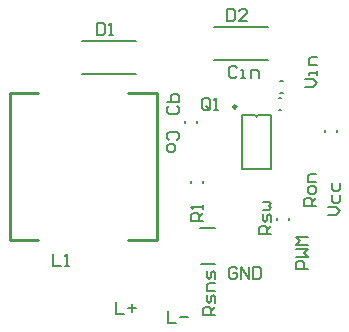
<source format=gto>
%FSAX24Y24*%
%MOIN*%
G70*
G01*
G75*
%ADD10R,0.0354X0.0402*%
%ADD11R,0.0701X0.0165*%
%ADD12O,0.0701X0.0165*%
%ADD13R,0.1063X0.0669*%
%ADD14R,0.0402X0.0354*%
%ADD15R,0.0551X0.1102*%
%ADD16R,0.0551X0.0433*%
%ADD17R,0.2205X0.1181*%
%ADD18C,0.0150*%
%ADD19C,0.0500*%
%ADD20C,0.0450*%
%ADD21C,0.0350*%
%ADD22C,0.0100*%
%ADD23C,0.0250*%
%ADD24R,0.0800X0.0360*%
%ADD25R,0.0430X0.0410*%
%ADD26R,0.0600X0.0330*%
%ADD27R,0.1690X0.0060*%
%ADD28R,0.1490X0.0160*%
%ADD29R,0.0050X0.0230*%
%ADD30R,0.0090X0.0320*%
%ADD31R,0.0070X0.0240*%
%ADD32R,0.0060X0.0330*%
%ADD33R,0.0050X0.0350*%
%ADD34R,0.0100X0.0450*%
%ADD35R,0.0100X0.0300*%
%ADD36R,0.0150X0.0450*%
%ADD37R,0.1250X0.0550*%
%ADD38R,0.2250X0.0650*%
%ADD39R,0.1450X0.1700*%
%ADD40R,0.1750X0.1150*%
%ADD41R,0.1690X0.0370*%
%ADD42R,0.0580X0.0310*%
%ADD43R,0.0450X0.0290*%
%ADD44R,0.0320X0.0160*%
%ADD45R,0.1330X0.0770*%
%ADD46R,0.0720X0.0590*%
%ADD47R,0.0750X0.0510*%
%ADD48R,0.0240X0.0210*%
%ADD49R,0.0350X0.0300*%
%ADD50R,0.0420X0.0980*%
%ADD51R,0.1400X0.3700*%
%ADD52R,0.1000X0.0850*%
%ADD53R,0.1600X0.0550*%
%ADD54R,0.1350X0.1100*%
%ADD55R,0.2100X0.0900*%
%ADD56R,0.1250X0.1850*%
%ADD57R,0.1700X0.0800*%
%ADD58R,0.1050X0.1550*%
%ADD59R,0.1700X0.1250*%
%ADD60R,0.1450X0.0550*%
%ADD61R,0.1450X0.2650*%
%ADD62R,0.4000X0.0500*%
%ADD63R,0.4000X0.1498*%
%ADD64R,0.4000X0.1050*%
%ADD65R,0.1200X0.0950*%
%ADD66R,0.0350X0.2500*%
%ADD67R,0.1710X0.2600*%
%ADD68R,0.1150X0.1000*%
%ADD69R,0.1300X0.2600*%
%ADD70R,0.0800X0.1700*%
%ADD71R,0.4000X0.1200*%
%ADD72R,0.3250X0.0900*%
%ADD73R,0.1300X0.0150*%
%ADD74R,0.0400X0.0250*%
%ADD75R,0.1500X0.2500*%
%ADD76C,0.0750*%
%ADD77C,0.0290*%
%ADD78C,0.0079*%
%ADD79C,0.0098*%
%ADD80C,0.0070*%
D22*
X021350Y038650D02*
X021600D01*
X020650Y033750D02*
X021600D01*
X020650Y038650D02*
X021350D01*
X024600D02*
X025550D01*
X024600Y033750D02*
X025550D01*
Y038650D01*
X020650Y033750D02*
Y038650D01*
D78*
X028805Y037928D02*
G03*
X028933Y037928I000064J000000D01*
G01*
X028379D02*
X028805D01*
X028933D02*
X029359D01*
Y036137D02*
Y037928D01*
X028379Y036137D02*
X029359D01*
X028379D02*
Y037928D01*
X027450Y039750D02*
X029250D01*
X027450Y040850D02*
X029250D01*
X023050Y040400D02*
X024850D01*
X023050Y039300D02*
X024850D01*
D79*
X028200Y038200D02*
G03*
X028200Y038200I-000049J000000D01*
G01*
D80*
X029660Y039050D02*
X029740D01*
X029660Y038650D02*
X029740D01*
X026500Y037660D02*
Y037740D01*
X026900Y037660D02*
Y037740D01*
X027020Y032950D02*
X027500D01*
X027000Y034150D02*
X027500D01*
X029550Y034410D02*
Y034490D01*
X029950Y034410D02*
Y034490D01*
X026700Y035660D02*
Y035740D01*
X027100Y035660D02*
Y035740D01*
X029610Y038500D02*
X029690D01*
X029610Y038100D02*
X029690D01*
X031150Y037360D02*
Y037440D01*
X031550Y037360D02*
Y037440D01*
X027317Y038167D02*
Y038433D01*
X027250Y038500D01*
X027117D01*
X027050Y038433D01*
Y038167D01*
X027117Y038100D01*
X027250D01*
X027183Y038233D02*
X027317Y038100D01*
X027250D02*
X027317Y038167D01*
X027450Y038100D02*
X027583D01*
X027517D01*
Y038500D01*
X027450Y038433D01*
X027900Y041450D02*
Y041050D01*
X028100D01*
X028167Y041117D01*
Y041383D01*
X028100Y041450D01*
X027900D01*
X028566Y041050D02*
X028300D01*
X028566Y041317D01*
Y041383D01*
X028500Y041450D01*
X028367D01*
X028300Y041383D01*
X023550Y041000D02*
Y040600D01*
X023750D01*
X023817Y040667D01*
Y040933D01*
X023750Y041000D01*
X023550D01*
X023950Y040600D02*
X024083D01*
X024017D01*
Y041000D01*
X023950Y040933D01*
X025967Y038217D02*
X025900Y038150D01*
Y038017D01*
X025967Y037950D01*
X026233D01*
X026300Y038017D01*
Y038150D01*
X026233Y038217D01*
X025900Y038350D02*
X026300D01*
Y038550D01*
X026233Y038616D01*
X026167D01*
X026100D01*
X026033Y038550D01*
Y038350D01*
X028217Y039483D02*
X028150Y039550D01*
X028017D01*
X027950Y039483D01*
Y039217D01*
X028017Y039150D01*
X028150D01*
X028217Y039217D01*
X028350Y039150D02*
X028483D01*
X028417D01*
Y039417D01*
X028350D01*
X028683Y039150D02*
Y039417D01*
X028883D01*
X028950Y039350D01*
Y039150D01*
X026233Y037083D02*
X026300Y037150D01*
Y037283D01*
X026233Y037350D01*
X025967D01*
X025900Y037283D01*
Y037150D01*
X025967Y037083D01*
X025900Y036883D02*
Y036750D01*
X025967Y036684D01*
X026100D01*
X026167Y036750D01*
Y036883D01*
X026100Y036950D01*
X025967D01*
X025900Y036883D01*
X022100Y033300D02*
Y032900D01*
X022367D01*
X022500D02*
X022633D01*
X022567D01*
Y033300D01*
X022500Y033233D01*
X027100Y034400D02*
X026700D01*
Y034600D01*
X026767Y034667D01*
X026900D01*
X026967Y034600D01*
Y034400D01*
Y034533D02*
X027100Y034667D01*
Y034800D02*
Y034933D01*
Y034867D01*
X026700D01*
X026767Y034800D01*
X030850Y034900D02*
X030450D01*
Y035100D01*
X030517Y035167D01*
X030650D01*
X030717Y035100D01*
Y034900D01*
Y035033D02*
X030850Y035167D01*
Y035367D02*
Y035500D01*
X030783Y035566D01*
X030650D01*
X030583Y035500D01*
Y035367D01*
X030650Y035300D01*
X030783D01*
X030850Y035367D01*
Y035700D02*
X030583D01*
Y035900D01*
X030650Y035966D01*
X030850D01*
X027500Y031250D02*
X027100D01*
Y031450D01*
X027167Y031517D01*
X027300D01*
X027367Y031450D01*
Y031250D01*
Y031383D02*
X027500Y031517D01*
Y031650D02*
Y031850D01*
X027433Y031916D01*
X027367Y031850D01*
Y031717D01*
X027300Y031650D01*
X027233Y031717D01*
Y031916D01*
X027500Y032050D02*
X027233D01*
Y032250D01*
X027300Y032316D01*
X027500D01*
Y032450D02*
Y032650D01*
X027433Y032716D01*
X027367Y032650D01*
Y032516D01*
X027300Y032450D01*
X027233Y032516D01*
Y032716D01*
X029350Y033950D02*
X028950D01*
Y034150D01*
X029017Y034217D01*
X029150D01*
X029217Y034150D01*
Y033950D01*
Y034083D02*
X029350Y034217D01*
Y034350D02*
Y034550D01*
X029283Y034616D01*
X029217Y034550D01*
Y034417D01*
X029150Y034350D01*
X029083Y034417D01*
Y034616D01*
Y034750D02*
X029283D01*
X029350Y034816D01*
X029283Y034883D01*
X029350Y034950D01*
X029283Y035016D01*
X029083D01*
X031250Y034600D02*
X031517D01*
X031650Y034733D01*
X031517Y034867D01*
X031250D01*
X031383Y035266D02*
Y035067D01*
X031450Y035000D01*
X031583D01*
X031650Y035067D01*
Y035266D01*
X031383Y035666D02*
Y035466D01*
X031450Y035400D01*
X031583D01*
X031650Y035466D01*
Y035666D01*
X028217Y032783D02*
X028150Y032850D01*
X028017D01*
X027950Y032783D01*
Y032517D01*
X028017Y032450D01*
X028150D01*
X028217Y032517D01*
Y032650D01*
X028083D01*
X028350Y032450D02*
Y032850D01*
X028616Y032450D01*
Y032850D01*
X028750D02*
Y032450D01*
X028950D01*
X029016Y032517D01*
Y032783D01*
X028950Y032850D01*
X028750D01*
X030600Y032800D02*
X030200D01*
Y033000D01*
X030267Y033067D01*
X030400D01*
X030467Y033000D01*
Y032800D01*
X030200Y033200D02*
X030600D01*
X030467Y033333D01*
X030600Y033466D01*
X030200D01*
X030600Y033600D02*
X030200D01*
X030333Y033733D01*
X030200Y033866D01*
X030600D01*
X030500Y038850D02*
X030767D01*
X030900Y038983D01*
X030767Y039117D01*
X030500D01*
X030900Y039250D02*
Y039383D01*
Y039317D01*
X030633D01*
Y039250D01*
X030900Y039583D02*
X030633D01*
Y039783D01*
X030700Y039850D01*
X030900D01*
X025920Y031390D02*
Y030990D01*
X026187D01*
X026320Y031190D02*
X026586D01*
X024200Y031700D02*
Y031300D01*
X024467D01*
X024600Y031500D02*
X024866D01*
X024733Y031633D02*
Y031367D01*
M02*

</source>
